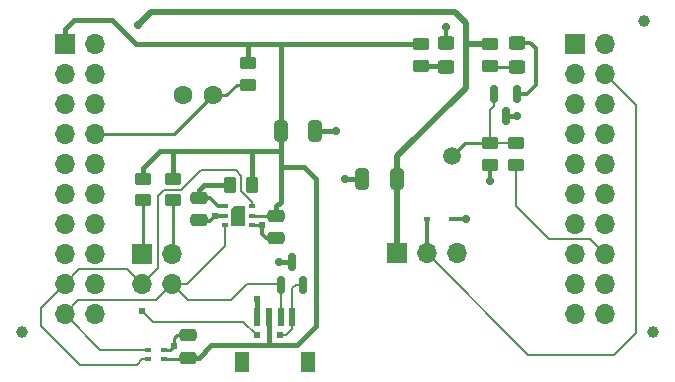
<source format=gbr>
%TF.GenerationSoftware,KiCad,Pcbnew,(6.0.7)*%
%TF.CreationDate,2022-10-05T21:46:34-04:00*%
%TF.ProjectId,tifi_daughterboard,74696669-5f64-4617-9567-68746572626f,0*%
%TF.SameCoordinates,Original*%
%TF.FileFunction,Copper,L1,Top*%
%TF.FilePolarity,Positive*%
%FSLAX46Y46*%
G04 Gerber Fmt 4.6, Leading zero omitted, Abs format (unit mm)*
G04 Created by KiCad (PCBNEW (6.0.7)) date 2022-10-05 21:46:34*
%MOMM*%
%LPD*%
G01*
G04 APERTURE LIST*
G04 Aperture macros list*
%AMRoundRect*
0 Rectangle with rounded corners*
0 $1 Rounding radius*
0 $2 $3 $4 $5 $6 $7 $8 $9 X,Y pos of 4 corners*
0 Add a 4 corners polygon primitive as box body*
4,1,4,$2,$3,$4,$5,$6,$7,$8,$9,$2,$3,0*
0 Add four circle primitives for the rounded corners*
1,1,$1+$1,$2,$3*
1,1,$1+$1,$4,$5*
1,1,$1+$1,$6,$7*
1,1,$1+$1,$8,$9*
0 Add four rect primitives between the rounded corners*
20,1,$1+$1,$2,$3,$4,$5,0*
20,1,$1+$1,$4,$5,$6,$7,0*
20,1,$1+$1,$6,$7,$8,$9,0*
20,1,$1+$1,$8,$9,$2,$3,0*%
%AMOutline5P*
0 Free polygon, 5 corners , with rotation*
0 The origin of the aperture is its center*
0 number of corners: always 5*
0 $1 to $10 corner X, Y*
0 $11 Rotation angle, in degrees counterclockwise*
0 create outline with 5 corners*
4,1,5,$1,$2,$3,$4,$5,$6,$7,$8,$9,$10,$1,$2,$11*%
%AMOutline6P*
0 Free polygon, 6 corners , with rotation*
0 The origin of the aperture is its center*
0 number of corners: always 6*
0 $1 to $12 corner X, Y*
0 $13 Rotation angle, in degrees counterclockwise*
0 create outline with 6 corners*
4,1,6,$1,$2,$3,$4,$5,$6,$7,$8,$9,$10,$11,$12,$1,$2,$13*%
%AMOutline7P*
0 Free polygon, 7 corners , with rotation*
0 The origin of the aperture is its center*
0 number of corners: always 7*
0 $1 to $14 corner X, Y*
0 $15 Rotation angle, in degrees counterclockwise*
0 create outline with 7 corners*
4,1,7,$1,$2,$3,$4,$5,$6,$7,$8,$9,$10,$11,$12,$13,$14,$1,$2,$15*%
%AMOutline8P*
0 Free polygon, 8 corners , with rotation*
0 The origin of the aperture is its center*
0 number of corners: always 8*
0 $1 to $16 corner X, Y*
0 $17 Rotation angle, in degrees counterclockwise*
0 create outline with 8 corners*
4,1,8,$1,$2,$3,$4,$5,$6,$7,$8,$9,$10,$11,$12,$13,$14,$15,$16,$1,$2,$17*%
G04 Aperture macros list end*
%TA.AperFunction,SMDPad,CuDef*%
%ADD10RoundRect,0.250000X-0.450000X0.325000X-0.450000X-0.325000X0.450000X-0.325000X0.450000X0.325000X0*%
%TD*%
%TA.AperFunction,SMDPad,CuDef*%
%ADD11RoundRect,0.250000X0.262500X0.450000X-0.262500X0.450000X-0.262500X-0.450000X0.262500X-0.450000X0*%
%TD*%
%TA.AperFunction,SMDPad,CuDef*%
%ADD12RoundRect,0.250000X-0.475000X0.250000X-0.475000X-0.250000X0.475000X-0.250000X0.475000X0.250000X0*%
%TD*%
%TA.AperFunction,ComponentPad*%
%ADD13C,1.600000*%
%TD*%
%TA.AperFunction,SMDPad,CuDef*%
%ADD14C,1.000000*%
%TD*%
%TA.AperFunction,SMDPad,CuDef*%
%ADD15RoundRect,0.250000X0.325000X0.650000X-0.325000X0.650000X-0.325000X-0.650000X0.325000X-0.650000X0*%
%TD*%
%TA.AperFunction,ComponentPad*%
%ADD16R,1.700000X1.700000*%
%TD*%
%TA.AperFunction,ComponentPad*%
%ADD17O,1.700000X1.700000*%
%TD*%
%TA.AperFunction,SMDPad,CuDef*%
%ADD18RoundRect,0.150000X-0.150000X0.587500X-0.150000X-0.587500X0.150000X-0.587500X0.150000X0.587500X0*%
%TD*%
%TA.AperFunction,SMDPad,CuDef*%
%ADD19RoundRect,0.250000X0.475000X-0.250000X0.475000X0.250000X-0.475000X0.250000X-0.475000X-0.250000X0*%
%TD*%
%TA.AperFunction,SMDPad,CuDef*%
%ADD20RoundRect,0.250000X-0.450000X0.262500X-0.450000X-0.262500X0.450000X-0.262500X0.450000X0.262500X0*%
%TD*%
%TA.AperFunction,SMDPad,CuDef*%
%ADD21RoundRect,0.250000X0.450000X-0.262500X0.450000X0.262500X-0.450000X0.262500X-0.450000X-0.262500X0*%
%TD*%
%TA.AperFunction,SMDPad,CuDef*%
%ADD22RoundRect,0.150000X0.150000X-0.587500X0.150000X0.587500X-0.150000X0.587500X-0.150000X-0.587500X0*%
%TD*%
%TA.AperFunction,SMDPad,CuDef*%
%ADD23R,0.550000X0.400000*%
%TD*%
%TA.AperFunction,SMDPad,CuDef*%
%ADD24Outline5P,-0.625000X0.550000X-0.325000X0.850000X0.625000X0.850000X0.625000X-0.850000X-0.625000X-0.850000X0.000000*%
%TD*%
%TA.AperFunction,SMDPad,CuDef*%
%ADD25R,0.590000X0.450000*%
%TD*%
%TA.AperFunction,SMDPad,CuDef*%
%ADD26RoundRect,0.250000X-0.325000X-0.650000X0.325000X-0.650000X0.325000X0.650000X-0.325000X0.650000X0*%
%TD*%
%TA.AperFunction,SMDPad,CuDef*%
%ADD27R,0.600000X1.550000*%
%TD*%
%TA.AperFunction,SMDPad,CuDef*%
%ADD28R,1.200000X1.800000*%
%TD*%
%TA.AperFunction,TestPad*%
%ADD29C,1.500000*%
%TD*%
%TA.AperFunction,SMDPad,CuDef*%
%ADD30R,0.500000X0.300000*%
%TD*%
%TA.AperFunction,ViaPad*%
%ADD31C,0.711200*%
%TD*%
%TA.AperFunction,ViaPad*%
%ADD32C,0.609600*%
%TD*%
%TA.AperFunction,ViaPad*%
%ADD33C,0.508000*%
%TD*%
%TA.AperFunction,Conductor*%
%ADD34C,0.381000*%
%TD*%
%TA.AperFunction,Conductor*%
%ADD35C,0.254000*%
%TD*%
%TA.AperFunction,Conductor*%
%ADD36C,0.304800*%
%TD*%
%TA.AperFunction,Conductor*%
%ADD37C,0.508000*%
%TD*%
%TA.AperFunction,Conductor*%
%ADD38C,0.203200*%
%TD*%
%TA.AperFunction,Conductor*%
%ADD39C,0.152400*%
%TD*%
%TA.AperFunction,Conductor*%
%ADD40C,0.250000*%
%TD*%
G04 APERTURE END LIST*
D10*
%TO.P,D1,1,K*%
%TO.N,GND*%
X154178000Y-73549000D03*
%TO.P,D1,2,A*%
%TO.N,Net-(D1-Pad2)*%
X154178000Y-75599000D03*
%TD*%
D11*
%TO.P,R2,1*%
%TO.N,+3.3V*%
X137767700Y-85547200D03*
%TO.P,R2,2*%
%TO.N,Net-(U1-Pad1)*%
X135942700Y-85547200D03*
%TD*%
D12*
%TO.P,C4,1*%
%TO.N,Net-(U1-Pad1)*%
X133299200Y-86680000D03*
%TO.P,C4,2*%
%TO.N,GND*%
X133299200Y-88580000D03*
%TD*%
D13*
%TO.P,R7,1*%
%TO.N,LDR_OUT*%
X134518400Y-77978000D03*
%TO.P,R7,2*%
%TO.N,GND*%
X131978400Y-77978000D03*
%TD*%
D14*
%TO.P,FID1,*%
%TO.N,*%
X118313200Y-98000000D03*
%TD*%
D15*
%TO.P,C2,1*%
%TO.N,+5V*%
X150065000Y-85090000D03*
%TO.P,C2,2*%
%TO.N,GND*%
X147115000Y-85090000D03*
%TD*%
D10*
%TO.P,D2,1,K*%
%TO.N,Net-(D2-Pad1)*%
X160248600Y-73540400D03*
%TO.P,D2,2,A*%
%TO.N,Net-(D2-Pad2)*%
X160248600Y-75590400D03*
%TD*%
D16*
%TO.P,J5,1,Pin_1*%
%TO.N,Net-(J5-Pad1)*%
X128498600Y-91440000D03*
D17*
%TO.P,J5,2,Pin_2*%
%TO.N,Net-(J5-Pad2)*%
X131038600Y-91440000D03*
%TO.P,J5,3,Pin_3*%
%TO.N,I2C_SCL*%
X128498600Y-93980000D03*
%TO.P,J5,4,Pin_4*%
%TO.N,I2C_SDA*%
X131038600Y-93980000D03*
%TD*%
D18*
%TO.P,Q1,1,D*%
%TO.N,Net-(D2-Pad1)*%
X160208000Y-77853300D03*
%TO.P,Q1,2,G*%
%TO.N,Net-(Q1-Pad2)*%
X158308000Y-77853300D03*
%TO.P,Q1,3,S*%
%TO.N,GND*%
X159258000Y-79728300D03*
%TD*%
D19*
%TO.P,C5,1*%
%TO.N,+3.3V*%
X132334000Y-100213200D03*
%TO.P,C5,2*%
%TO.N,GND*%
X132334000Y-98313200D03*
%TD*%
D16*
%TO.P,J2,1,Pin_1*%
%TO.N,unconnected-(J2-Pad1)*%
X165100000Y-73660000D03*
D17*
%TO.P,J2,2,Pin_2*%
%TO.N,GND*%
X167640000Y-73660000D03*
%TO.P,J2,3,Pin_3*%
%TO.N,unconnected-(J2-Pad3)*%
X165100000Y-76200000D03*
%TO.P,J2,4,Pin_4*%
%TO.N,PIR_OUT*%
X167640000Y-76200000D03*
%TO.P,J2,5,Pin_5*%
%TO.N,unconnected-(J2-Pad5)*%
X165100000Y-78740000D03*
%TO.P,J2,6,Pin_6*%
%TO.N,unconnected-(J2-Pad6)*%
X167640000Y-78740000D03*
%TO.P,J2,7,Pin_7*%
%TO.N,unconnected-(J2-Pad7)*%
X165100000Y-81280000D03*
%TO.P,J2,8,Pin_8*%
%TO.N,unconnected-(J2-Pad8)*%
X167640000Y-81280000D03*
%TO.P,J2,9,Pin_9*%
%TO.N,unconnected-(J2-Pad9)*%
X165100000Y-83820000D03*
%TO.P,J2,10,Pin_10*%
%TO.N,unconnected-(J2-Pad10)*%
X167640000Y-83820000D03*
%TO.P,J2,11,Pin_11*%
%TO.N,unconnected-(J2-Pad11)*%
X165100000Y-86360000D03*
%TO.P,J2,12,Pin_12*%
%TO.N,unconnected-(J2-Pad12)*%
X167640000Y-86360000D03*
%TO.P,J2,13,Pin_13*%
%TO.N,unconnected-(J2-Pad13)*%
X165100000Y-88900000D03*
%TO.P,J2,14,Pin_14*%
%TO.N,unconnected-(J2-Pad14)*%
X167640000Y-88900000D03*
%TO.P,J2,15,Pin_15*%
%TO.N,unconnected-(J2-Pad15)*%
X165100000Y-91440000D03*
%TO.P,J2,16,Pin_16*%
%TO.N,LED_PWM*%
X167640000Y-91440000D03*
%TO.P,J2,17,Pin_17*%
%TO.N,unconnected-(J2-Pad17)*%
X165100000Y-93980000D03*
%TO.P,J2,18,Pin_18*%
%TO.N,unconnected-(J2-Pad18)*%
X167640000Y-93980000D03*
%TO.P,J2,19,Pin_19*%
%TO.N,unconnected-(J2-Pad19)*%
X165100000Y-96520000D03*
%TO.P,J2,20,Pin_20*%
%TO.N,unconnected-(J2-Pad20)*%
X167640000Y-96520000D03*
%TD*%
D16*
%TO.P,J1,1,Pin_1*%
%TO.N,+3.3V*%
X121920000Y-73660000D03*
D17*
%TO.P,J1,2,Pin_2*%
%TO.N,+5V*%
X124460000Y-73660000D03*
%TO.P,J1,3,Pin_3*%
%TO.N,unconnected-(J1-Pad3)*%
X121920000Y-76200000D03*
%TO.P,J1,4,Pin_4*%
%TO.N,GND*%
X124460000Y-76200000D03*
%TO.P,J1,5,Pin_5*%
%TO.N,unconnected-(J1-Pad5)*%
X121920000Y-78740000D03*
%TO.P,J1,6,Pin_6*%
%TO.N,unconnected-(J1-Pad6)*%
X124460000Y-78740000D03*
%TO.P,J1,7,Pin_7*%
%TO.N,unconnected-(J1-Pad7)*%
X121920000Y-81280000D03*
%TO.P,J1,8,Pin_8*%
%TO.N,LDR_OUT*%
X124460000Y-81280000D03*
%TO.P,J1,9,Pin_9*%
%TO.N,unconnected-(J1-Pad9)*%
X121920000Y-83820000D03*
%TO.P,J1,10,Pin_10*%
%TO.N,unconnected-(J1-Pad10)*%
X124460000Y-83820000D03*
%TO.P,J1,11,Pin_11*%
%TO.N,unconnected-(J1-Pad11)*%
X121920000Y-86360000D03*
%TO.P,J1,12,Pin_12*%
%TO.N,unconnected-(J1-Pad12)*%
X124460000Y-86360000D03*
%TO.P,J1,13,Pin_13*%
%TO.N,unconnected-(J1-Pad13)*%
X121920000Y-88900000D03*
%TO.P,J1,14,Pin_14*%
%TO.N,unconnected-(J1-Pad14)*%
X124460000Y-88900000D03*
%TO.P,J1,15,Pin_15*%
%TO.N,unconnected-(J1-Pad15)*%
X121920000Y-91440000D03*
%TO.P,J1,16,Pin_16*%
%TO.N,unconnected-(J1-Pad16)*%
X124460000Y-91440000D03*
%TO.P,J1,17,Pin_17*%
%TO.N,I2C_SCL*%
X121920000Y-93980000D03*
%TO.P,J1,18,Pin_18*%
%TO.N,unconnected-(J1-Pad18)*%
X124460000Y-93980000D03*
%TO.P,J1,19,Pin_19*%
%TO.N,I2C_SDA*%
X121920000Y-96520000D03*
%TO.P,J1,20,Pin_20*%
%TO.N,unconnected-(J1-Pad20)*%
X124460000Y-96520000D03*
%TD*%
D14*
%TO.P,FID2,*%
%TO.N,*%
X171729400Y-98000000D03*
%TD*%
D20*
%TO.P,R5,1*%
%TO.N,Net-(Q1-Pad2)*%
X157962600Y-82069300D03*
%TO.P,R5,2*%
%TO.N,GND*%
X157962600Y-83894300D03*
%TD*%
D21*
%TO.P,R4,1*%
%TO.N,LED_PWM*%
X160172400Y-83894300D03*
%TO.P,R4,2*%
%TO.N,Net-(Q1-Pad2)*%
X160172400Y-82069300D03*
%TD*%
D16*
%TO.P,J4,1,Pin_1*%
%TO.N,+5V*%
X150088600Y-91383400D03*
D17*
%TO.P,J4,2,Pin_2*%
%TO.N,PIR_OUT*%
X152628600Y-91383400D03*
%TO.P,J4,3,Pin_3*%
%TO.N,GND*%
X155168600Y-91383400D03*
%TD*%
D22*
%TO.P,D3,1,K*%
%TO.N,I2C_SDA*%
X140210650Y-94014500D03*
%TO.P,D3,2,K*%
%TO.N,I2C_SCL*%
X142110650Y-94014500D03*
%TO.P,D3,3,A*%
%TO.N,GND*%
X141160650Y-92139500D03*
%TD*%
D20*
%TO.P,R3,1*%
%TO.N,+5V*%
X157962600Y-73652900D03*
%TO.P,R3,2*%
%TO.N,Net-(D2-Pad2)*%
X157962600Y-75477900D03*
%TD*%
%TO.P,R1,1*%
%TO.N,+3.3V*%
X152095200Y-73661500D03*
%TO.P,R1,2*%
%TO.N,Net-(D1-Pad2)*%
X152095200Y-75486500D03*
%TD*%
D23*
%TO.P,U1,1,VDD*%
%TO.N,Net-(U1-Pad1)*%
X135476600Y-87404000D03*
%TO.P,U1,2,VSS*%
%TO.N,GND*%
X135476600Y-88204000D03*
%TO.P,U1,3,SDA*%
%TO.N,I2C_SDA*%
X135476600Y-89004000D03*
%TO.P,U1,4,N/A*%
%TO.N,GND*%
X137776600Y-89004000D03*
%TO.P,U1,5,VDDH*%
%TO.N,+3.3V*%
X137776600Y-88204000D03*
%TO.P,U1,6,SCL*%
%TO.N,I2C_SCL*%
X137776600Y-87404000D03*
D24*
%TO.P,U1,7,MP*%
%TO.N,GND*%
X136626600Y-88204000D03*
%TD*%
D20*
%TO.P,R9,1*%
%TO.N,+3.3V*%
X131089400Y-85066500D03*
%TO.P,R9,2*%
%TO.N,Net-(J5-Pad2)*%
X131089400Y-86891500D03*
%TD*%
%TO.P,R8,1*%
%TO.N,+3.3V*%
X128549400Y-85066500D03*
%TO.P,R8,2*%
%TO.N,Net-(J5-Pad1)*%
X128549400Y-86891500D03*
%TD*%
D14*
%TO.P,FID3,*%
%TO.N,*%
X171018200Y-71704200D03*
%TD*%
D25*
%TO.P,D4,1,A1*%
%TO.N,GND*%
X154750400Y-88493600D03*
%TO.P,D4,2,A2*%
%TO.N,PIR_OUT*%
X152640400Y-88493600D03*
%TD*%
D26*
%TO.P,C1,1*%
%TO.N,+3.3V*%
X140206200Y-81000600D03*
%TO.P,C1,2*%
%TO.N,GND*%
X143156200Y-81000600D03*
%TD*%
D20*
%TO.P,R6,1*%
%TO.N,+3.3V*%
X137464800Y-75262100D03*
%TO.P,R6,2*%
%TO.N,LDR_OUT*%
X137464800Y-77087100D03*
%TD*%
D27*
%TO.P,J3,1,Pin_1*%
%TO.N,GND*%
X138215000Y-96723200D03*
%TO.P,J3,2,Pin_2*%
%TO.N,+3.3V*%
X139215000Y-96723200D03*
%TO.P,J3,3,Pin_3*%
%TO.N,I2C_SDA*%
X140215000Y-96723200D03*
%TO.P,J3,4,Pin_4*%
%TO.N,I2C_SCL*%
X141215000Y-96723200D03*
D28*
%TO.P,J3,S1*%
%TO.N,N/C*%
X136915000Y-100598200D03*
%TO.P,J3,S2*%
X142515000Y-100598200D03*
%TD*%
D29*
%TO.P,TP1,1,1*%
%TO.N,Net-(Q1-Pad2)*%
X154736800Y-83159600D03*
%TD*%
D12*
%TO.P,C3,1*%
%TO.N,+3.3V*%
X139827000Y-88204000D03*
%TO.P,C3,2*%
%TO.N,GND*%
X139827000Y-90104000D03*
%TD*%
D30*
%TO.P,U2,1,SDA*%
%TO.N,I2C_SDA*%
X128941600Y-99549000D03*
%TO.P,U2,2,SCL*%
%TO.N,I2C_SCL*%
X128941600Y-100349000D03*
%TO.P,U2,3,VDD*%
%TO.N,+3.3V*%
X130341600Y-100349000D03*
%TO.P,U2,4,VSS*%
%TO.N,GND*%
X130341600Y-99549000D03*
%TD*%
D31*
%TO.N,GND*%
X144932400Y-81000600D03*
D32*
X131216400Y-99187000D03*
D31*
X154178000Y-72237600D03*
X157962600Y-85267800D03*
D32*
X138194400Y-95217600D03*
X138658600Y-89001600D03*
D33*
X136626600Y-87757000D03*
D31*
X145669000Y-85090000D03*
X160248600Y-79756000D03*
D32*
X134620000Y-88214200D03*
D31*
X140105250Y-92111800D03*
D33*
X136626600Y-88696800D03*
D31*
X155879800Y-88493600D03*
%TO.N,+5V*%
X128117600Y-72059800D03*
D32*
%TO.N,I2C_SCL*%
X128498600Y-96240600D03*
X140157200Y-98323400D03*
X138226800Y-98323400D03*
%TD*%
D34*
%TO.N,+3.3V*%
X140208000Y-85852000D02*
X140208000Y-86995000D01*
X131089400Y-85066500D02*
X131089400Y-82778600D01*
X132334000Y-100213200D02*
X133263600Y-100213200D01*
X143205200Y-85039200D02*
X142189200Y-84023200D01*
X139827000Y-87376000D02*
X139827000Y-88204000D01*
X133263600Y-100213200D02*
X134340600Y-99136200D01*
X140208000Y-73660000D02*
X137464800Y-73660000D01*
X129971800Y-82702400D02*
X131165600Y-82702400D01*
X139014200Y-82702400D02*
X140157200Y-82702400D01*
X137464800Y-73660000D02*
X136067800Y-73660000D01*
X139215000Y-99113200D02*
X139192000Y-99136200D01*
X131089400Y-82778600D02*
X131165600Y-82702400D01*
X128549400Y-85066500D02*
X128549400Y-84124800D01*
X139192000Y-99136200D02*
X141630400Y-99136200D01*
X137464800Y-75262100D02*
X137464800Y-73660000D01*
X127990600Y-73660000D02*
X136067800Y-73660000D01*
X141630400Y-99136200D02*
X143205200Y-97561400D01*
X142189200Y-84023200D02*
X140208000Y-84023200D01*
X140208000Y-85344000D02*
X140208000Y-85852000D01*
X121920000Y-73660000D02*
X121920000Y-72415400D01*
X128549400Y-84124800D02*
X129971800Y-82702400D01*
X140208000Y-85191600D02*
X140208000Y-85344000D01*
X137767700Y-82776700D02*
X137693400Y-82702400D01*
X131165600Y-82702400D02*
X137693400Y-82702400D01*
X140208000Y-84023200D02*
X140208000Y-85191600D01*
X134340600Y-99136200D02*
X139192000Y-99136200D01*
X121920000Y-72415400D02*
X122758200Y-71577200D01*
X152095200Y-73661500D02*
X140209500Y-73661500D01*
X140208000Y-82753200D02*
X140208000Y-84023200D01*
X122758200Y-71577200D02*
X125907800Y-71577200D01*
X143205200Y-97561400D02*
X143205200Y-85039200D01*
X137693400Y-82702400D02*
X139014200Y-82702400D01*
X125907800Y-71577200D02*
X127990600Y-73660000D01*
X140157200Y-82702400D02*
X140208000Y-82753200D01*
D35*
X137776600Y-88204000D02*
X139827000Y-88204000D01*
D34*
X139215000Y-96723200D02*
X139215000Y-99113200D01*
D35*
X130341600Y-100349000D02*
X131944200Y-100349000D01*
D34*
X137767700Y-85547200D02*
X137767700Y-82776700D01*
X140209500Y-73661500D02*
X140208000Y-73660000D01*
X140208000Y-86995000D02*
X139827000Y-87376000D01*
X140208000Y-82753200D02*
X140208000Y-73660000D01*
%TO.N,GND*%
X138215000Y-95466800D02*
X138215000Y-96723200D01*
D35*
X137776600Y-89004000D02*
X138656200Y-89004000D01*
X132334000Y-98313200D02*
X131404400Y-98313200D01*
D36*
X134630200Y-88204000D02*
X134620000Y-88214200D01*
X154750400Y-88493600D02*
X155879800Y-88493600D01*
X138658600Y-89763600D02*
X138999000Y-90104000D01*
D35*
X130854400Y-99549000D02*
X130341600Y-99549000D01*
D34*
X138194400Y-95293800D02*
X138208000Y-95307400D01*
X140132950Y-92139500D02*
X141146650Y-92139500D01*
D35*
X131216400Y-98501200D02*
X131216400Y-99187000D01*
X138656200Y-89004000D02*
X138658600Y-89001600D01*
X131216400Y-99187000D02*
X130854400Y-99549000D01*
D34*
X159285700Y-79756000D02*
X159258000Y-79728300D01*
X143156200Y-81000600D02*
X144932400Y-81000600D01*
D36*
X157962600Y-85267800D02*
X157962600Y-83894300D01*
X135476600Y-88204000D02*
X134630200Y-88204000D01*
X138999000Y-90104000D02*
X139827000Y-90104000D01*
D35*
X131404400Y-98313200D02*
X131216400Y-98501200D01*
D34*
X160248600Y-79756000D02*
X159285700Y-79756000D01*
X147115000Y-85090000D02*
X145669000Y-85090000D01*
D36*
X134203400Y-88630800D02*
X134620000Y-88214200D01*
X154178000Y-72237600D02*
X154178000Y-73549000D01*
X138658600Y-89001600D02*
X138658600Y-89763600D01*
X133299200Y-88630800D02*
X134203400Y-88630800D01*
D34*
%TO.N,Net-(D1-Pad2)*%
X154065500Y-75486500D02*
X154178000Y-75599000D01*
X152095200Y-75486500D02*
X154065500Y-75486500D01*
D36*
%TO.N,Net-(D2-Pad1)*%
X161059100Y-77853300D02*
X161798000Y-77114400D01*
X160208000Y-77853300D02*
X161059100Y-77853300D01*
X161322800Y-73540400D02*
X160248600Y-73540400D01*
X161798000Y-74015600D02*
X161322800Y-73540400D01*
X161798000Y-77114400D02*
X161798000Y-74015600D01*
D35*
%TO.N,Net-(D2-Pad2)*%
X158075100Y-75590400D02*
X157962600Y-75477900D01*
X160248600Y-75590400D02*
X158075100Y-75590400D01*
D37*
%TO.N,+5V*%
X155905200Y-77343000D02*
X150088600Y-83159600D01*
X150088600Y-83159600D02*
X150088600Y-91383400D01*
X155905200Y-71882000D02*
X155905200Y-73583800D01*
X155905200Y-73583800D02*
X155905200Y-77343000D01*
X157911800Y-73661900D02*
X155983300Y-73661900D01*
X128117600Y-72059800D02*
X129209800Y-70967600D01*
X154990800Y-70967600D02*
X155905200Y-71882000D01*
X155983300Y-73661900D02*
X155905200Y-73583800D01*
X129209800Y-70967600D02*
X154990800Y-70967600D01*
D35*
%TO.N,LDR_OUT*%
X136476100Y-77087100D02*
X135585200Y-77978000D01*
X137464800Y-77087100D02*
X136476100Y-77087100D01*
X135585200Y-77978000D02*
X134518400Y-77978000D01*
X134518400Y-77978000D02*
X131216400Y-81280000D01*
X131216400Y-81280000D02*
X124460000Y-81280000D01*
D38*
%TO.N,PIR_OUT*%
X170281600Y-98145600D02*
X170281600Y-78841600D01*
X170281600Y-78841600D02*
X167640000Y-76200000D01*
D36*
X152640400Y-91371600D02*
X152628600Y-91383400D01*
X152640400Y-88493600D02*
X152640400Y-91371600D01*
D38*
X168478200Y-99949000D02*
X170281600Y-98145600D01*
X161194200Y-99949000D02*
X168478200Y-99949000D01*
X152628600Y-91383400D02*
X161194200Y-99949000D01*
D39*
%TO.N,I2C_SCL*%
X141215000Y-96723200D02*
X141215000Y-94344600D01*
X141215000Y-97799000D02*
X141215000Y-96723200D01*
X136855200Y-86131400D02*
X137776600Y-87052800D01*
X127242200Y-92723600D02*
X128498600Y-93980000D01*
X129844800Y-92633800D02*
X129844800Y-86512400D01*
X136423400Y-84353400D02*
X136855200Y-84785200D01*
X137058400Y-97155000D02*
X129413000Y-97155000D01*
X129413000Y-97155000D02*
X128498600Y-96240600D01*
X128505000Y-100349000D02*
X128941600Y-100349000D01*
X121920000Y-93980000D02*
X123176400Y-92723600D01*
X141545100Y-94014500D02*
X142110650Y-94014500D01*
X119888000Y-97536000D02*
X123190000Y-100838000D01*
X136855200Y-84785200D02*
X136855200Y-86131400D01*
X129844800Y-86512400D02*
X130378200Y-85979000D01*
X133442959Y-84353400D02*
X136423400Y-84353400D01*
X121920000Y-93980000D02*
X119888000Y-96012000D01*
X140690600Y-98323400D02*
X141215000Y-97799000D01*
X138226800Y-98323400D02*
X137058400Y-97155000D01*
X141215000Y-94344600D02*
X141545100Y-94014500D01*
X137776600Y-87052800D02*
X137776600Y-87404000D01*
X128016000Y-100838000D02*
X128505000Y-100349000D01*
X140157200Y-98323400D02*
X140690600Y-98323400D01*
X130378200Y-85979000D02*
X131817359Y-85979000D01*
X131817359Y-85979000D02*
X133442959Y-84353400D01*
X123176400Y-92723600D02*
X127242200Y-92723600D01*
X119888000Y-96012000D02*
X119888000Y-97536000D01*
X123190000Y-100838000D02*
X128016000Y-100838000D01*
X128498600Y-93980000D02*
X129844800Y-92633800D01*
%TO.N,I2C_SDA*%
X123088400Y-95351600D02*
X129667000Y-95351600D01*
X132245100Y-93980000D02*
X135476600Y-90748500D01*
X140215000Y-96723200D02*
X140215000Y-94018850D01*
X140201550Y-94005400D02*
X140210650Y-94014500D01*
X136017000Y-95351600D02*
X137363200Y-94005400D01*
X129667000Y-95351600D02*
X131038600Y-93980000D01*
X131038600Y-93980000D02*
X132410200Y-95351600D01*
X137363200Y-94005400D02*
X140201550Y-94005400D01*
X132410200Y-95351600D02*
X136017000Y-95351600D01*
X124949000Y-99549000D02*
X128941600Y-99549000D01*
X121920000Y-96520000D02*
X123088400Y-95351600D01*
X131038600Y-93980000D02*
X132245100Y-93980000D01*
X135476600Y-90748500D02*
X135476600Y-89004000D01*
X140215000Y-94018850D02*
X140210650Y-94014500D01*
X121920000Y-96520000D02*
X124949000Y-99549000D01*
D38*
%TO.N,LED_PWM*%
X160172400Y-87376000D02*
X160172400Y-83894300D01*
X167640000Y-91440000D02*
X166370000Y-90170000D01*
X166370000Y-90170000D02*
X162966400Y-90170000D01*
X162966400Y-90170000D02*
X160172400Y-87376000D01*
D40*
%TO.N,Net-(Q1-Pad2)*%
X155827100Y-82069300D02*
X157962600Y-82069300D01*
X154736800Y-83159600D02*
X155827100Y-82069300D01*
D38*
X160172400Y-82069300D02*
X157962600Y-82069300D01*
X158308000Y-78902600D02*
X158308000Y-77590800D01*
X157962600Y-79248000D02*
X158308000Y-78902600D01*
X157962600Y-82069300D02*
X157962600Y-79248000D01*
D34*
%TO.N,Net-(U1-Pad1)*%
X133299200Y-86004400D02*
X133756400Y-85547200D01*
X133299200Y-86730800D02*
X133299200Y-86004400D01*
X133756400Y-85547200D02*
X135942700Y-85547200D01*
D36*
X134902000Y-87404000D02*
X135476600Y-87404000D01*
X133299200Y-86730800D02*
X134228800Y-86730800D01*
X134228800Y-86730800D02*
X134902000Y-87404000D01*
D39*
%TO.N,Net-(J5-Pad1)*%
X128524000Y-86916900D02*
X128549400Y-86891500D01*
D35*
X128524000Y-91414600D02*
X128524000Y-86916900D01*
D39*
X128498600Y-91440000D02*
X128524000Y-91414600D01*
%TO.N,Net-(J5-Pad2)*%
X131064000Y-86916900D02*
X131089400Y-86891500D01*
D35*
X131064000Y-91414600D02*
X131064000Y-86916900D01*
D39*
X131038600Y-91440000D02*
X131064000Y-91414600D01*
%TD*%
M02*

</source>
